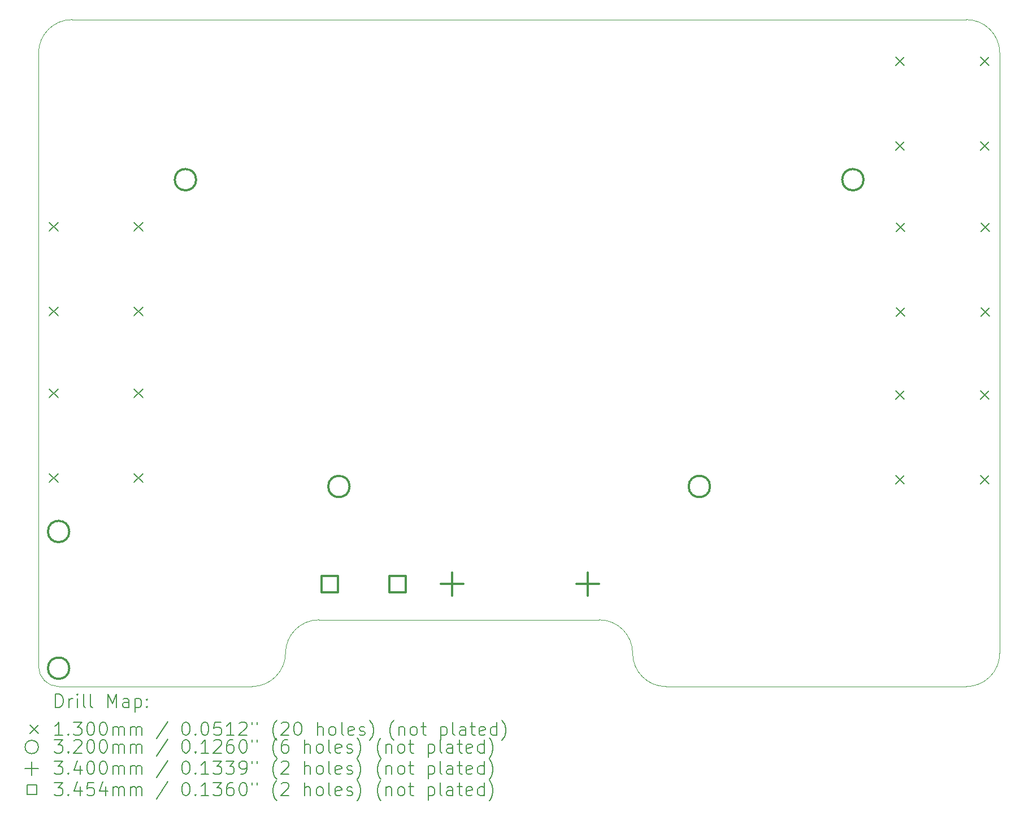
<source format=gbr>
%TF.GenerationSoftware,KiCad,Pcbnew,(6.0.7)*%
%TF.CreationDate,2022-11-29T22:23:04-08:00*%
%TF.ProjectId,UrbanSteering,55726261-6e53-4746-9565-72696e672e6b,rev?*%
%TF.SameCoordinates,Original*%
%TF.FileFunction,Drillmap*%
%TF.FilePolarity,Positive*%
%FSLAX45Y45*%
G04 Gerber Fmt 4.5, Leading zero omitted, Abs format (unit mm)*
G04 Created by KiCad (PCBNEW (6.0.7)) date 2022-11-29 22:23:04*
%MOMM*%
%LPD*%
G01*
G04 APERTURE LIST*
%ADD10C,0.001500*%
%ADD11C,0.050000*%
%ADD12C,0.200000*%
%ADD13C,0.130000*%
%ADD14C,0.320000*%
%ADD15C,0.340000*%
%ADD16C,0.345440*%
G04 APERTURE END LIST*
D10*
X13200000Y-15000000D02*
X10300000Y-15000000D01*
D11*
X13200000Y-15000000D02*
G75*
G03*
X13700000Y-14500000I-5740J505740D01*
G01*
X10500000Y-5000000D02*
G75*
G03*
X10000000Y-5500000I0J-500000D01*
G01*
X10000000Y-14700000D02*
G75*
G03*
X10300000Y-15000000I300000J0D01*
G01*
D10*
X23900000Y-15000000D02*
X19400000Y-15000000D01*
D11*
X14200000Y-14000000D02*
X18400000Y-14000000D01*
X14200000Y-14000000D02*
G75*
G03*
X13700000Y-14500000I0J-500000D01*
G01*
D10*
X10000000Y-14700000D02*
X10000000Y-5500000D01*
X24400000Y-14500000D02*
X24400000Y-5500000D01*
D11*
X24400000Y-5500000D02*
G75*
G03*
X23900000Y-5000000I-500000J0D01*
G01*
X13700000Y-14500000D02*
X13700000Y-14500000D01*
X18900000Y-14500000D02*
G75*
G03*
X18400000Y-14000000I-500000J0D01*
G01*
X23900000Y-15000000D02*
G75*
G03*
X24400000Y-14500000I0J500000D01*
G01*
X18900000Y-14500000D02*
G75*
G03*
X19400000Y-15000000I500000J0D01*
G01*
D10*
X10500000Y-5000000D02*
X23900000Y-5000000D01*
D12*
D13*
X10162000Y-8038000D02*
X10292000Y-8168000D01*
X10292000Y-8038000D02*
X10162000Y-8168000D01*
X10162000Y-9308000D02*
X10292000Y-9438000D01*
X10292000Y-9308000D02*
X10162000Y-9438000D01*
X10162000Y-10538000D02*
X10292000Y-10668000D01*
X10292000Y-10538000D02*
X10162000Y-10668000D01*
X10162000Y-11808000D02*
X10292000Y-11938000D01*
X10292000Y-11808000D02*
X10162000Y-11938000D01*
X11432000Y-8038000D02*
X11562000Y-8168000D01*
X11562000Y-8038000D02*
X11432000Y-8168000D01*
X11432000Y-9308000D02*
X11562000Y-9438000D01*
X11562000Y-9308000D02*
X11432000Y-9438000D01*
X11432000Y-10538000D02*
X11562000Y-10668000D01*
X11562000Y-10538000D02*
X11432000Y-10668000D01*
X11432000Y-11808000D02*
X11562000Y-11938000D01*
X11562000Y-11808000D02*
X11432000Y-11938000D01*
X22838000Y-5562000D02*
X22968000Y-5692000D01*
X22968000Y-5562000D02*
X22838000Y-5692000D01*
X22838000Y-6832000D02*
X22968000Y-6962000D01*
X22968000Y-6832000D02*
X22838000Y-6962000D01*
X22838000Y-10562000D02*
X22968000Y-10692000D01*
X22968000Y-10562000D02*
X22838000Y-10692000D01*
X22838000Y-11832000D02*
X22968000Y-11962000D01*
X22968000Y-11832000D02*
X22838000Y-11962000D01*
X22850000Y-8050000D02*
X22980000Y-8180000D01*
X22980000Y-8050000D02*
X22850000Y-8180000D01*
X22850000Y-9320000D02*
X22980000Y-9450000D01*
X22980000Y-9320000D02*
X22850000Y-9450000D01*
X24108000Y-5562000D02*
X24238000Y-5692000D01*
X24238000Y-5562000D02*
X24108000Y-5692000D01*
X24108000Y-6832000D02*
X24238000Y-6962000D01*
X24238000Y-6832000D02*
X24108000Y-6962000D01*
X24108000Y-10562000D02*
X24238000Y-10692000D01*
X24238000Y-10562000D02*
X24108000Y-10692000D01*
X24108000Y-11832000D02*
X24238000Y-11962000D01*
X24238000Y-11832000D02*
X24108000Y-11962000D01*
X24120000Y-8050000D02*
X24250000Y-8180000D01*
X24250000Y-8050000D02*
X24120000Y-8180000D01*
X24120000Y-9320000D02*
X24250000Y-9450000D01*
X24250000Y-9320000D02*
X24120000Y-9450000D01*
D14*
X10460000Y-12675000D02*
G75*
G03*
X10460000Y-12675000I-160000J0D01*
G01*
X10460000Y-14725000D02*
G75*
G03*
X10460000Y-14725000I-160000J0D01*
G01*
X12360000Y-7400000D02*
G75*
G03*
X12360000Y-7400000I-160000J0D01*
G01*
X14660000Y-12000000D02*
G75*
G03*
X14660000Y-12000000I-160000J0D01*
G01*
X20060000Y-12000000D02*
G75*
G03*
X20060000Y-12000000I-160000J0D01*
G01*
X22360000Y-7400000D02*
G75*
G03*
X22360000Y-7400000I-160000J0D01*
G01*
D15*
X16195000Y-13294000D02*
X16195000Y-13634000D01*
X16025000Y-13464000D02*
X16365000Y-13464000D01*
X18227000Y-13294000D02*
X18227000Y-13634000D01*
X18057000Y-13464000D02*
X18397000Y-13464000D01*
D16*
X14483133Y-13586133D02*
X14483133Y-13341867D01*
X14238867Y-13341867D01*
X14238867Y-13586133D01*
X14483133Y-13586133D01*
X15499133Y-13586133D02*
X15499133Y-13341867D01*
X15254867Y-13341867D01*
X15254867Y-13586133D01*
X15499133Y-13586133D01*
D12*
X10255119Y-15312976D02*
X10255119Y-15112976D01*
X10302738Y-15112976D01*
X10331310Y-15122500D01*
X10350357Y-15141548D01*
X10359881Y-15160595D01*
X10369405Y-15198690D01*
X10369405Y-15227262D01*
X10359881Y-15265357D01*
X10350357Y-15284405D01*
X10331310Y-15303452D01*
X10302738Y-15312976D01*
X10255119Y-15312976D01*
X10455119Y-15312976D02*
X10455119Y-15179643D01*
X10455119Y-15217738D02*
X10464643Y-15198690D01*
X10474167Y-15189167D01*
X10493214Y-15179643D01*
X10512262Y-15179643D01*
X10578929Y-15312976D02*
X10578929Y-15179643D01*
X10578929Y-15112976D02*
X10569405Y-15122500D01*
X10578929Y-15132024D01*
X10588452Y-15122500D01*
X10578929Y-15112976D01*
X10578929Y-15132024D01*
X10702738Y-15312976D02*
X10683690Y-15303452D01*
X10674167Y-15284405D01*
X10674167Y-15112976D01*
X10807500Y-15312976D02*
X10788452Y-15303452D01*
X10778929Y-15284405D01*
X10778929Y-15112976D01*
X11036071Y-15312976D02*
X11036071Y-15112976D01*
X11102738Y-15255833D01*
X11169405Y-15112976D01*
X11169405Y-15312976D01*
X11350357Y-15312976D02*
X11350357Y-15208214D01*
X11340833Y-15189167D01*
X11321786Y-15179643D01*
X11283690Y-15179643D01*
X11264643Y-15189167D01*
X11350357Y-15303452D02*
X11331309Y-15312976D01*
X11283690Y-15312976D01*
X11264643Y-15303452D01*
X11255119Y-15284405D01*
X11255119Y-15265357D01*
X11264643Y-15246309D01*
X11283690Y-15236786D01*
X11331309Y-15236786D01*
X11350357Y-15227262D01*
X11445595Y-15179643D02*
X11445595Y-15379643D01*
X11445595Y-15189167D02*
X11464643Y-15179643D01*
X11502738Y-15179643D01*
X11521786Y-15189167D01*
X11531309Y-15198690D01*
X11540833Y-15217738D01*
X11540833Y-15274881D01*
X11531309Y-15293928D01*
X11521786Y-15303452D01*
X11502738Y-15312976D01*
X11464643Y-15312976D01*
X11445595Y-15303452D01*
X11626548Y-15293928D02*
X11636071Y-15303452D01*
X11626548Y-15312976D01*
X11617024Y-15303452D01*
X11626548Y-15293928D01*
X11626548Y-15312976D01*
X11626548Y-15189167D02*
X11636071Y-15198690D01*
X11626548Y-15208214D01*
X11617024Y-15198690D01*
X11626548Y-15189167D01*
X11626548Y-15208214D01*
D13*
X9867500Y-15577500D02*
X9997500Y-15707500D01*
X9997500Y-15577500D02*
X9867500Y-15707500D01*
D12*
X10359881Y-15732976D02*
X10245595Y-15732976D01*
X10302738Y-15732976D02*
X10302738Y-15532976D01*
X10283690Y-15561548D01*
X10264643Y-15580595D01*
X10245595Y-15590119D01*
X10445595Y-15713928D02*
X10455119Y-15723452D01*
X10445595Y-15732976D01*
X10436071Y-15723452D01*
X10445595Y-15713928D01*
X10445595Y-15732976D01*
X10521786Y-15532976D02*
X10645595Y-15532976D01*
X10578929Y-15609167D01*
X10607500Y-15609167D01*
X10626548Y-15618690D01*
X10636071Y-15628214D01*
X10645595Y-15647262D01*
X10645595Y-15694881D01*
X10636071Y-15713928D01*
X10626548Y-15723452D01*
X10607500Y-15732976D01*
X10550357Y-15732976D01*
X10531310Y-15723452D01*
X10521786Y-15713928D01*
X10769405Y-15532976D02*
X10788452Y-15532976D01*
X10807500Y-15542500D01*
X10817024Y-15552024D01*
X10826548Y-15571071D01*
X10836071Y-15609167D01*
X10836071Y-15656786D01*
X10826548Y-15694881D01*
X10817024Y-15713928D01*
X10807500Y-15723452D01*
X10788452Y-15732976D01*
X10769405Y-15732976D01*
X10750357Y-15723452D01*
X10740833Y-15713928D01*
X10731310Y-15694881D01*
X10721786Y-15656786D01*
X10721786Y-15609167D01*
X10731310Y-15571071D01*
X10740833Y-15552024D01*
X10750357Y-15542500D01*
X10769405Y-15532976D01*
X10959881Y-15532976D02*
X10978929Y-15532976D01*
X10997976Y-15542500D01*
X11007500Y-15552024D01*
X11017024Y-15571071D01*
X11026548Y-15609167D01*
X11026548Y-15656786D01*
X11017024Y-15694881D01*
X11007500Y-15713928D01*
X10997976Y-15723452D01*
X10978929Y-15732976D01*
X10959881Y-15732976D01*
X10940833Y-15723452D01*
X10931310Y-15713928D01*
X10921786Y-15694881D01*
X10912262Y-15656786D01*
X10912262Y-15609167D01*
X10921786Y-15571071D01*
X10931310Y-15552024D01*
X10940833Y-15542500D01*
X10959881Y-15532976D01*
X11112262Y-15732976D02*
X11112262Y-15599643D01*
X11112262Y-15618690D02*
X11121786Y-15609167D01*
X11140833Y-15599643D01*
X11169405Y-15599643D01*
X11188452Y-15609167D01*
X11197976Y-15628214D01*
X11197976Y-15732976D01*
X11197976Y-15628214D02*
X11207500Y-15609167D01*
X11226548Y-15599643D01*
X11255119Y-15599643D01*
X11274167Y-15609167D01*
X11283690Y-15628214D01*
X11283690Y-15732976D01*
X11378928Y-15732976D02*
X11378928Y-15599643D01*
X11378928Y-15618690D02*
X11388452Y-15609167D01*
X11407500Y-15599643D01*
X11436071Y-15599643D01*
X11455119Y-15609167D01*
X11464643Y-15628214D01*
X11464643Y-15732976D01*
X11464643Y-15628214D02*
X11474167Y-15609167D01*
X11493214Y-15599643D01*
X11521786Y-15599643D01*
X11540833Y-15609167D01*
X11550357Y-15628214D01*
X11550357Y-15732976D01*
X11940833Y-15523452D02*
X11769405Y-15780595D01*
X12197976Y-15532976D02*
X12217024Y-15532976D01*
X12236071Y-15542500D01*
X12245595Y-15552024D01*
X12255119Y-15571071D01*
X12264643Y-15609167D01*
X12264643Y-15656786D01*
X12255119Y-15694881D01*
X12245595Y-15713928D01*
X12236071Y-15723452D01*
X12217024Y-15732976D01*
X12197976Y-15732976D01*
X12178928Y-15723452D01*
X12169405Y-15713928D01*
X12159881Y-15694881D01*
X12150357Y-15656786D01*
X12150357Y-15609167D01*
X12159881Y-15571071D01*
X12169405Y-15552024D01*
X12178928Y-15542500D01*
X12197976Y-15532976D01*
X12350357Y-15713928D02*
X12359881Y-15723452D01*
X12350357Y-15732976D01*
X12340833Y-15723452D01*
X12350357Y-15713928D01*
X12350357Y-15732976D01*
X12483690Y-15532976D02*
X12502738Y-15532976D01*
X12521786Y-15542500D01*
X12531309Y-15552024D01*
X12540833Y-15571071D01*
X12550357Y-15609167D01*
X12550357Y-15656786D01*
X12540833Y-15694881D01*
X12531309Y-15713928D01*
X12521786Y-15723452D01*
X12502738Y-15732976D01*
X12483690Y-15732976D01*
X12464643Y-15723452D01*
X12455119Y-15713928D01*
X12445595Y-15694881D01*
X12436071Y-15656786D01*
X12436071Y-15609167D01*
X12445595Y-15571071D01*
X12455119Y-15552024D01*
X12464643Y-15542500D01*
X12483690Y-15532976D01*
X12731309Y-15532976D02*
X12636071Y-15532976D01*
X12626548Y-15628214D01*
X12636071Y-15618690D01*
X12655119Y-15609167D01*
X12702738Y-15609167D01*
X12721786Y-15618690D01*
X12731309Y-15628214D01*
X12740833Y-15647262D01*
X12740833Y-15694881D01*
X12731309Y-15713928D01*
X12721786Y-15723452D01*
X12702738Y-15732976D01*
X12655119Y-15732976D01*
X12636071Y-15723452D01*
X12626548Y-15713928D01*
X12931309Y-15732976D02*
X12817024Y-15732976D01*
X12874167Y-15732976D02*
X12874167Y-15532976D01*
X12855119Y-15561548D01*
X12836071Y-15580595D01*
X12817024Y-15590119D01*
X13007500Y-15552024D02*
X13017024Y-15542500D01*
X13036071Y-15532976D01*
X13083690Y-15532976D01*
X13102738Y-15542500D01*
X13112262Y-15552024D01*
X13121786Y-15571071D01*
X13121786Y-15590119D01*
X13112262Y-15618690D01*
X12997976Y-15732976D01*
X13121786Y-15732976D01*
X13197976Y-15532976D02*
X13197976Y-15571071D01*
X13274167Y-15532976D02*
X13274167Y-15571071D01*
X13569405Y-15809167D02*
X13559881Y-15799643D01*
X13540833Y-15771071D01*
X13531309Y-15752024D01*
X13521786Y-15723452D01*
X13512262Y-15675833D01*
X13512262Y-15637738D01*
X13521786Y-15590119D01*
X13531309Y-15561548D01*
X13540833Y-15542500D01*
X13559881Y-15513928D01*
X13569405Y-15504405D01*
X13636071Y-15552024D02*
X13645595Y-15542500D01*
X13664643Y-15532976D01*
X13712262Y-15532976D01*
X13731309Y-15542500D01*
X13740833Y-15552024D01*
X13750357Y-15571071D01*
X13750357Y-15590119D01*
X13740833Y-15618690D01*
X13626548Y-15732976D01*
X13750357Y-15732976D01*
X13874167Y-15532976D02*
X13893214Y-15532976D01*
X13912262Y-15542500D01*
X13921786Y-15552024D01*
X13931309Y-15571071D01*
X13940833Y-15609167D01*
X13940833Y-15656786D01*
X13931309Y-15694881D01*
X13921786Y-15713928D01*
X13912262Y-15723452D01*
X13893214Y-15732976D01*
X13874167Y-15732976D01*
X13855119Y-15723452D01*
X13845595Y-15713928D01*
X13836071Y-15694881D01*
X13826548Y-15656786D01*
X13826548Y-15609167D01*
X13836071Y-15571071D01*
X13845595Y-15552024D01*
X13855119Y-15542500D01*
X13874167Y-15532976D01*
X14178928Y-15732976D02*
X14178928Y-15532976D01*
X14264643Y-15732976D02*
X14264643Y-15628214D01*
X14255119Y-15609167D01*
X14236071Y-15599643D01*
X14207500Y-15599643D01*
X14188452Y-15609167D01*
X14178928Y-15618690D01*
X14388452Y-15732976D02*
X14369405Y-15723452D01*
X14359881Y-15713928D01*
X14350357Y-15694881D01*
X14350357Y-15637738D01*
X14359881Y-15618690D01*
X14369405Y-15609167D01*
X14388452Y-15599643D01*
X14417024Y-15599643D01*
X14436071Y-15609167D01*
X14445595Y-15618690D01*
X14455119Y-15637738D01*
X14455119Y-15694881D01*
X14445595Y-15713928D01*
X14436071Y-15723452D01*
X14417024Y-15732976D01*
X14388452Y-15732976D01*
X14569405Y-15732976D02*
X14550357Y-15723452D01*
X14540833Y-15704405D01*
X14540833Y-15532976D01*
X14721786Y-15723452D02*
X14702738Y-15732976D01*
X14664643Y-15732976D01*
X14645595Y-15723452D01*
X14636071Y-15704405D01*
X14636071Y-15628214D01*
X14645595Y-15609167D01*
X14664643Y-15599643D01*
X14702738Y-15599643D01*
X14721786Y-15609167D01*
X14731309Y-15628214D01*
X14731309Y-15647262D01*
X14636071Y-15666309D01*
X14807500Y-15723452D02*
X14826548Y-15732976D01*
X14864643Y-15732976D01*
X14883690Y-15723452D01*
X14893214Y-15704405D01*
X14893214Y-15694881D01*
X14883690Y-15675833D01*
X14864643Y-15666309D01*
X14836071Y-15666309D01*
X14817024Y-15656786D01*
X14807500Y-15637738D01*
X14807500Y-15628214D01*
X14817024Y-15609167D01*
X14836071Y-15599643D01*
X14864643Y-15599643D01*
X14883690Y-15609167D01*
X14959881Y-15809167D02*
X14969405Y-15799643D01*
X14988452Y-15771071D01*
X14997976Y-15752024D01*
X15007500Y-15723452D01*
X15017024Y-15675833D01*
X15017024Y-15637738D01*
X15007500Y-15590119D01*
X14997976Y-15561548D01*
X14988452Y-15542500D01*
X14969405Y-15513928D01*
X14959881Y-15504405D01*
X15321786Y-15809167D02*
X15312262Y-15799643D01*
X15293214Y-15771071D01*
X15283690Y-15752024D01*
X15274167Y-15723452D01*
X15264643Y-15675833D01*
X15264643Y-15637738D01*
X15274167Y-15590119D01*
X15283690Y-15561548D01*
X15293214Y-15542500D01*
X15312262Y-15513928D01*
X15321786Y-15504405D01*
X15397976Y-15599643D02*
X15397976Y-15732976D01*
X15397976Y-15618690D02*
X15407500Y-15609167D01*
X15426548Y-15599643D01*
X15455119Y-15599643D01*
X15474167Y-15609167D01*
X15483690Y-15628214D01*
X15483690Y-15732976D01*
X15607500Y-15732976D02*
X15588452Y-15723452D01*
X15578928Y-15713928D01*
X15569405Y-15694881D01*
X15569405Y-15637738D01*
X15578928Y-15618690D01*
X15588452Y-15609167D01*
X15607500Y-15599643D01*
X15636071Y-15599643D01*
X15655119Y-15609167D01*
X15664643Y-15618690D01*
X15674167Y-15637738D01*
X15674167Y-15694881D01*
X15664643Y-15713928D01*
X15655119Y-15723452D01*
X15636071Y-15732976D01*
X15607500Y-15732976D01*
X15731309Y-15599643D02*
X15807500Y-15599643D01*
X15759881Y-15532976D02*
X15759881Y-15704405D01*
X15769405Y-15723452D01*
X15788452Y-15732976D01*
X15807500Y-15732976D01*
X16026548Y-15599643D02*
X16026548Y-15799643D01*
X16026548Y-15609167D02*
X16045595Y-15599643D01*
X16083690Y-15599643D01*
X16102738Y-15609167D01*
X16112262Y-15618690D01*
X16121786Y-15637738D01*
X16121786Y-15694881D01*
X16112262Y-15713928D01*
X16102738Y-15723452D01*
X16083690Y-15732976D01*
X16045595Y-15732976D01*
X16026548Y-15723452D01*
X16236071Y-15732976D02*
X16217024Y-15723452D01*
X16207500Y-15704405D01*
X16207500Y-15532976D01*
X16397976Y-15732976D02*
X16397976Y-15628214D01*
X16388452Y-15609167D01*
X16369405Y-15599643D01*
X16331309Y-15599643D01*
X16312262Y-15609167D01*
X16397976Y-15723452D02*
X16378928Y-15732976D01*
X16331309Y-15732976D01*
X16312262Y-15723452D01*
X16302738Y-15704405D01*
X16302738Y-15685357D01*
X16312262Y-15666309D01*
X16331309Y-15656786D01*
X16378928Y-15656786D01*
X16397976Y-15647262D01*
X16464643Y-15599643D02*
X16540833Y-15599643D01*
X16493214Y-15532976D02*
X16493214Y-15704405D01*
X16502738Y-15723452D01*
X16521786Y-15732976D01*
X16540833Y-15732976D01*
X16683690Y-15723452D02*
X16664643Y-15732976D01*
X16626548Y-15732976D01*
X16607500Y-15723452D01*
X16597976Y-15704405D01*
X16597976Y-15628214D01*
X16607500Y-15609167D01*
X16626548Y-15599643D01*
X16664643Y-15599643D01*
X16683690Y-15609167D01*
X16693214Y-15628214D01*
X16693214Y-15647262D01*
X16597976Y-15666309D01*
X16864643Y-15732976D02*
X16864643Y-15532976D01*
X16864643Y-15723452D02*
X16845595Y-15732976D01*
X16807500Y-15732976D01*
X16788452Y-15723452D01*
X16778929Y-15713928D01*
X16769405Y-15694881D01*
X16769405Y-15637738D01*
X16778929Y-15618690D01*
X16788452Y-15609167D01*
X16807500Y-15599643D01*
X16845595Y-15599643D01*
X16864643Y-15609167D01*
X16940833Y-15809167D02*
X16950357Y-15799643D01*
X16969405Y-15771071D01*
X16978929Y-15752024D01*
X16988452Y-15723452D01*
X16997976Y-15675833D01*
X16997976Y-15637738D01*
X16988452Y-15590119D01*
X16978929Y-15561548D01*
X16969405Y-15542500D01*
X16950357Y-15513928D01*
X16940833Y-15504405D01*
X9997500Y-15906500D02*
G75*
G03*
X9997500Y-15906500I-100000J0D01*
G01*
X10236071Y-15796976D02*
X10359881Y-15796976D01*
X10293214Y-15873167D01*
X10321786Y-15873167D01*
X10340833Y-15882690D01*
X10350357Y-15892214D01*
X10359881Y-15911262D01*
X10359881Y-15958881D01*
X10350357Y-15977928D01*
X10340833Y-15987452D01*
X10321786Y-15996976D01*
X10264643Y-15996976D01*
X10245595Y-15987452D01*
X10236071Y-15977928D01*
X10445595Y-15977928D02*
X10455119Y-15987452D01*
X10445595Y-15996976D01*
X10436071Y-15987452D01*
X10445595Y-15977928D01*
X10445595Y-15996976D01*
X10531310Y-15816024D02*
X10540833Y-15806500D01*
X10559881Y-15796976D01*
X10607500Y-15796976D01*
X10626548Y-15806500D01*
X10636071Y-15816024D01*
X10645595Y-15835071D01*
X10645595Y-15854119D01*
X10636071Y-15882690D01*
X10521786Y-15996976D01*
X10645595Y-15996976D01*
X10769405Y-15796976D02*
X10788452Y-15796976D01*
X10807500Y-15806500D01*
X10817024Y-15816024D01*
X10826548Y-15835071D01*
X10836071Y-15873167D01*
X10836071Y-15920786D01*
X10826548Y-15958881D01*
X10817024Y-15977928D01*
X10807500Y-15987452D01*
X10788452Y-15996976D01*
X10769405Y-15996976D01*
X10750357Y-15987452D01*
X10740833Y-15977928D01*
X10731310Y-15958881D01*
X10721786Y-15920786D01*
X10721786Y-15873167D01*
X10731310Y-15835071D01*
X10740833Y-15816024D01*
X10750357Y-15806500D01*
X10769405Y-15796976D01*
X10959881Y-15796976D02*
X10978929Y-15796976D01*
X10997976Y-15806500D01*
X11007500Y-15816024D01*
X11017024Y-15835071D01*
X11026548Y-15873167D01*
X11026548Y-15920786D01*
X11017024Y-15958881D01*
X11007500Y-15977928D01*
X10997976Y-15987452D01*
X10978929Y-15996976D01*
X10959881Y-15996976D01*
X10940833Y-15987452D01*
X10931310Y-15977928D01*
X10921786Y-15958881D01*
X10912262Y-15920786D01*
X10912262Y-15873167D01*
X10921786Y-15835071D01*
X10931310Y-15816024D01*
X10940833Y-15806500D01*
X10959881Y-15796976D01*
X11112262Y-15996976D02*
X11112262Y-15863643D01*
X11112262Y-15882690D02*
X11121786Y-15873167D01*
X11140833Y-15863643D01*
X11169405Y-15863643D01*
X11188452Y-15873167D01*
X11197976Y-15892214D01*
X11197976Y-15996976D01*
X11197976Y-15892214D02*
X11207500Y-15873167D01*
X11226548Y-15863643D01*
X11255119Y-15863643D01*
X11274167Y-15873167D01*
X11283690Y-15892214D01*
X11283690Y-15996976D01*
X11378928Y-15996976D02*
X11378928Y-15863643D01*
X11378928Y-15882690D02*
X11388452Y-15873167D01*
X11407500Y-15863643D01*
X11436071Y-15863643D01*
X11455119Y-15873167D01*
X11464643Y-15892214D01*
X11464643Y-15996976D01*
X11464643Y-15892214D02*
X11474167Y-15873167D01*
X11493214Y-15863643D01*
X11521786Y-15863643D01*
X11540833Y-15873167D01*
X11550357Y-15892214D01*
X11550357Y-15996976D01*
X11940833Y-15787452D02*
X11769405Y-16044595D01*
X12197976Y-15796976D02*
X12217024Y-15796976D01*
X12236071Y-15806500D01*
X12245595Y-15816024D01*
X12255119Y-15835071D01*
X12264643Y-15873167D01*
X12264643Y-15920786D01*
X12255119Y-15958881D01*
X12245595Y-15977928D01*
X12236071Y-15987452D01*
X12217024Y-15996976D01*
X12197976Y-15996976D01*
X12178928Y-15987452D01*
X12169405Y-15977928D01*
X12159881Y-15958881D01*
X12150357Y-15920786D01*
X12150357Y-15873167D01*
X12159881Y-15835071D01*
X12169405Y-15816024D01*
X12178928Y-15806500D01*
X12197976Y-15796976D01*
X12350357Y-15977928D02*
X12359881Y-15987452D01*
X12350357Y-15996976D01*
X12340833Y-15987452D01*
X12350357Y-15977928D01*
X12350357Y-15996976D01*
X12550357Y-15996976D02*
X12436071Y-15996976D01*
X12493214Y-15996976D02*
X12493214Y-15796976D01*
X12474167Y-15825548D01*
X12455119Y-15844595D01*
X12436071Y-15854119D01*
X12626548Y-15816024D02*
X12636071Y-15806500D01*
X12655119Y-15796976D01*
X12702738Y-15796976D01*
X12721786Y-15806500D01*
X12731309Y-15816024D01*
X12740833Y-15835071D01*
X12740833Y-15854119D01*
X12731309Y-15882690D01*
X12617024Y-15996976D01*
X12740833Y-15996976D01*
X12912262Y-15796976D02*
X12874167Y-15796976D01*
X12855119Y-15806500D01*
X12845595Y-15816024D01*
X12826548Y-15844595D01*
X12817024Y-15882690D01*
X12817024Y-15958881D01*
X12826548Y-15977928D01*
X12836071Y-15987452D01*
X12855119Y-15996976D01*
X12893214Y-15996976D01*
X12912262Y-15987452D01*
X12921786Y-15977928D01*
X12931309Y-15958881D01*
X12931309Y-15911262D01*
X12921786Y-15892214D01*
X12912262Y-15882690D01*
X12893214Y-15873167D01*
X12855119Y-15873167D01*
X12836071Y-15882690D01*
X12826548Y-15892214D01*
X12817024Y-15911262D01*
X13055119Y-15796976D02*
X13074167Y-15796976D01*
X13093214Y-15806500D01*
X13102738Y-15816024D01*
X13112262Y-15835071D01*
X13121786Y-15873167D01*
X13121786Y-15920786D01*
X13112262Y-15958881D01*
X13102738Y-15977928D01*
X13093214Y-15987452D01*
X13074167Y-15996976D01*
X13055119Y-15996976D01*
X13036071Y-15987452D01*
X13026548Y-15977928D01*
X13017024Y-15958881D01*
X13007500Y-15920786D01*
X13007500Y-15873167D01*
X13017024Y-15835071D01*
X13026548Y-15816024D01*
X13036071Y-15806500D01*
X13055119Y-15796976D01*
X13197976Y-15796976D02*
X13197976Y-15835071D01*
X13274167Y-15796976D02*
X13274167Y-15835071D01*
X13569405Y-16073167D02*
X13559881Y-16063643D01*
X13540833Y-16035071D01*
X13531309Y-16016024D01*
X13521786Y-15987452D01*
X13512262Y-15939833D01*
X13512262Y-15901738D01*
X13521786Y-15854119D01*
X13531309Y-15825548D01*
X13540833Y-15806500D01*
X13559881Y-15777928D01*
X13569405Y-15768405D01*
X13731309Y-15796976D02*
X13693214Y-15796976D01*
X13674167Y-15806500D01*
X13664643Y-15816024D01*
X13645595Y-15844595D01*
X13636071Y-15882690D01*
X13636071Y-15958881D01*
X13645595Y-15977928D01*
X13655119Y-15987452D01*
X13674167Y-15996976D01*
X13712262Y-15996976D01*
X13731309Y-15987452D01*
X13740833Y-15977928D01*
X13750357Y-15958881D01*
X13750357Y-15911262D01*
X13740833Y-15892214D01*
X13731309Y-15882690D01*
X13712262Y-15873167D01*
X13674167Y-15873167D01*
X13655119Y-15882690D01*
X13645595Y-15892214D01*
X13636071Y-15911262D01*
X13988452Y-15996976D02*
X13988452Y-15796976D01*
X14074167Y-15996976D02*
X14074167Y-15892214D01*
X14064643Y-15873167D01*
X14045595Y-15863643D01*
X14017024Y-15863643D01*
X13997976Y-15873167D01*
X13988452Y-15882690D01*
X14197976Y-15996976D02*
X14178928Y-15987452D01*
X14169405Y-15977928D01*
X14159881Y-15958881D01*
X14159881Y-15901738D01*
X14169405Y-15882690D01*
X14178928Y-15873167D01*
X14197976Y-15863643D01*
X14226548Y-15863643D01*
X14245595Y-15873167D01*
X14255119Y-15882690D01*
X14264643Y-15901738D01*
X14264643Y-15958881D01*
X14255119Y-15977928D01*
X14245595Y-15987452D01*
X14226548Y-15996976D01*
X14197976Y-15996976D01*
X14378928Y-15996976D02*
X14359881Y-15987452D01*
X14350357Y-15968405D01*
X14350357Y-15796976D01*
X14531309Y-15987452D02*
X14512262Y-15996976D01*
X14474167Y-15996976D01*
X14455119Y-15987452D01*
X14445595Y-15968405D01*
X14445595Y-15892214D01*
X14455119Y-15873167D01*
X14474167Y-15863643D01*
X14512262Y-15863643D01*
X14531309Y-15873167D01*
X14540833Y-15892214D01*
X14540833Y-15911262D01*
X14445595Y-15930309D01*
X14617024Y-15987452D02*
X14636071Y-15996976D01*
X14674167Y-15996976D01*
X14693214Y-15987452D01*
X14702738Y-15968405D01*
X14702738Y-15958881D01*
X14693214Y-15939833D01*
X14674167Y-15930309D01*
X14645595Y-15930309D01*
X14626548Y-15920786D01*
X14617024Y-15901738D01*
X14617024Y-15892214D01*
X14626548Y-15873167D01*
X14645595Y-15863643D01*
X14674167Y-15863643D01*
X14693214Y-15873167D01*
X14769405Y-16073167D02*
X14778928Y-16063643D01*
X14797976Y-16035071D01*
X14807500Y-16016024D01*
X14817024Y-15987452D01*
X14826548Y-15939833D01*
X14826548Y-15901738D01*
X14817024Y-15854119D01*
X14807500Y-15825548D01*
X14797976Y-15806500D01*
X14778928Y-15777928D01*
X14769405Y-15768405D01*
X15131309Y-16073167D02*
X15121786Y-16063643D01*
X15102738Y-16035071D01*
X15093214Y-16016024D01*
X15083690Y-15987452D01*
X15074167Y-15939833D01*
X15074167Y-15901738D01*
X15083690Y-15854119D01*
X15093214Y-15825548D01*
X15102738Y-15806500D01*
X15121786Y-15777928D01*
X15131309Y-15768405D01*
X15207500Y-15863643D02*
X15207500Y-15996976D01*
X15207500Y-15882690D02*
X15217024Y-15873167D01*
X15236071Y-15863643D01*
X15264643Y-15863643D01*
X15283690Y-15873167D01*
X15293214Y-15892214D01*
X15293214Y-15996976D01*
X15417024Y-15996976D02*
X15397976Y-15987452D01*
X15388452Y-15977928D01*
X15378928Y-15958881D01*
X15378928Y-15901738D01*
X15388452Y-15882690D01*
X15397976Y-15873167D01*
X15417024Y-15863643D01*
X15445595Y-15863643D01*
X15464643Y-15873167D01*
X15474167Y-15882690D01*
X15483690Y-15901738D01*
X15483690Y-15958881D01*
X15474167Y-15977928D01*
X15464643Y-15987452D01*
X15445595Y-15996976D01*
X15417024Y-15996976D01*
X15540833Y-15863643D02*
X15617024Y-15863643D01*
X15569405Y-15796976D02*
X15569405Y-15968405D01*
X15578928Y-15987452D01*
X15597976Y-15996976D01*
X15617024Y-15996976D01*
X15836071Y-15863643D02*
X15836071Y-16063643D01*
X15836071Y-15873167D02*
X15855119Y-15863643D01*
X15893214Y-15863643D01*
X15912262Y-15873167D01*
X15921786Y-15882690D01*
X15931309Y-15901738D01*
X15931309Y-15958881D01*
X15921786Y-15977928D01*
X15912262Y-15987452D01*
X15893214Y-15996976D01*
X15855119Y-15996976D01*
X15836071Y-15987452D01*
X16045595Y-15996976D02*
X16026548Y-15987452D01*
X16017024Y-15968405D01*
X16017024Y-15796976D01*
X16207500Y-15996976D02*
X16207500Y-15892214D01*
X16197976Y-15873167D01*
X16178928Y-15863643D01*
X16140833Y-15863643D01*
X16121786Y-15873167D01*
X16207500Y-15987452D02*
X16188452Y-15996976D01*
X16140833Y-15996976D01*
X16121786Y-15987452D01*
X16112262Y-15968405D01*
X16112262Y-15949357D01*
X16121786Y-15930309D01*
X16140833Y-15920786D01*
X16188452Y-15920786D01*
X16207500Y-15911262D01*
X16274167Y-15863643D02*
X16350357Y-15863643D01*
X16302738Y-15796976D02*
X16302738Y-15968405D01*
X16312262Y-15987452D01*
X16331309Y-15996976D01*
X16350357Y-15996976D01*
X16493214Y-15987452D02*
X16474167Y-15996976D01*
X16436071Y-15996976D01*
X16417024Y-15987452D01*
X16407500Y-15968405D01*
X16407500Y-15892214D01*
X16417024Y-15873167D01*
X16436071Y-15863643D01*
X16474167Y-15863643D01*
X16493214Y-15873167D01*
X16502738Y-15892214D01*
X16502738Y-15911262D01*
X16407500Y-15930309D01*
X16674167Y-15996976D02*
X16674167Y-15796976D01*
X16674167Y-15987452D02*
X16655119Y-15996976D01*
X16617024Y-15996976D01*
X16597976Y-15987452D01*
X16588452Y-15977928D01*
X16578928Y-15958881D01*
X16578928Y-15901738D01*
X16588452Y-15882690D01*
X16597976Y-15873167D01*
X16617024Y-15863643D01*
X16655119Y-15863643D01*
X16674167Y-15873167D01*
X16750357Y-16073167D02*
X16759881Y-16063643D01*
X16778929Y-16035071D01*
X16788452Y-16016024D01*
X16797976Y-15987452D01*
X16807500Y-15939833D01*
X16807500Y-15901738D01*
X16797976Y-15854119D01*
X16788452Y-15825548D01*
X16778929Y-15806500D01*
X16759881Y-15777928D01*
X16750357Y-15768405D01*
X9897500Y-16126500D02*
X9897500Y-16326500D01*
X9797500Y-16226500D02*
X9997500Y-16226500D01*
X10236071Y-16116976D02*
X10359881Y-16116976D01*
X10293214Y-16193167D01*
X10321786Y-16193167D01*
X10340833Y-16202690D01*
X10350357Y-16212214D01*
X10359881Y-16231262D01*
X10359881Y-16278881D01*
X10350357Y-16297928D01*
X10340833Y-16307452D01*
X10321786Y-16316976D01*
X10264643Y-16316976D01*
X10245595Y-16307452D01*
X10236071Y-16297928D01*
X10445595Y-16297928D02*
X10455119Y-16307452D01*
X10445595Y-16316976D01*
X10436071Y-16307452D01*
X10445595Y-16297928D01*
X10445595Y-16316976D01*
X10626548Y-16183643D02*
X10626548Y-16316976D01*
X10578929Y-16107452D02*
X10531310Y-16250309D01*
X10655119Y-16250309D01*
X10769405Y-16116976D02*
X10788452Y-16116976D01*
X10807500Y-16126500D01*
X10817024Y-16136024D01*
X10826548Y-16155071D01*
X10836071Y-16193167D01*
X10836071Y-16240786D01*
X10826548Y-16278881D01*
X10817024Y-16297928D01*
X10807500Y-16307452D01*
X10788452Y-16316976D01*
X10769405Y-16316976D01*
X10750357Y-16307452D01*
X10740833Y-16297928D01*
X10731310Y-16278881D01*
X10721786Y-16240786D01*
X10721786Y-16193167D01*
X10731310Y-16155071D01*
X10740833Y-16136024D01*
X10750357Y-16126500D01*
X10769405Y-16116976D01*
X10959881Y-16116976D02*
X10978929Y-16116976D01*
X10997976Y-16126500D01*
X11007500Y-16136024D01*
X11017024Y-16155071D01*
X11026548Y-16193167D01*
X11026548Y-16240786D01*
X11017024Y-16278881D01*
X11007500Y-16297928D01*
X10997976Y-16307452D01*
X10978929Y-16316976D01*
X10959881Y-16316976D01*
X10940833Y-16307452D01*
X10931310Y-16297928D01*
X10921786Y-16278881D01*
X10912262Y-16240786D01*
X10912262Y-16193167D01*
X10921786Y-16155071D01*
X10931310Y-16136024D01*
X10940833Y-16126500D01*
X10959881Y-16116976D01*
X11112262Y-16316976D02*
X11112262Y-16183643D01*
X11112262Y-16202690D02*
X11121786Y-16193167D01*
X11140833Y-16183643D01*
X11169405Y-16183643D01*
X11188452Y-16193167D01*
X11197976Y-16212214D01*
X11197976Y-16316976D01*
X11197976Y-16212214D02*
X11207500Y-16193167D01*
X11226548Y-16183643D01*
X11255119Y-16183643D01*
X11274167Y-16193167D01*
X11283690Y-16212214D01*
X11283690Y-16316976D01*
X11378928Y-16316976D02*
X11378928Y-16183643D01*
X11378928Y-16202690D02*
X11388452Y-16193167D01*
X11407500Y-16183643D01*
X11436071Y-16183643D01*
X11455119Y-16193167D01*
X11464643Y-16212214D01*
X11464643Y-16316976D01*
X11464643Y-16212214D02*
X11474167Y-16193167D01*
X11493214Y-16183643D01*
X11521786Y-16183643D01*
X11540833Y-16193167D01*
X11550357Y-16212214D01*
X11550357Y-16316976D01*
X11940833Y-16107452D02*
X11769405Y-16364595D01*
X12197976Y-16116976D02*
X12217024Y-16116976D01*
X12236071Y-16126500D01*
X12245595Y-16136024D01*
X12255119Y-16155071D01*
X12264643Y-16193167D01*
X12264643Y-16240786D01*
X12255119Y-16278881D01*
X12245595Y-16297928D01*
X12236071Y-16307452D01*
X12217024Y-16316976D01*
X12197976Y-16316976D01*
X12178928Y-16307452D01*
X12169405Y-16297928D01*
X12159881Y-16278881D01*
X12150357Y-16240786D01*
X12150357Y-16193167D01*
X12159881Y-16155071D01*
X12169405Y-16136024D01*
X12178928Y-16126500D01*
X12197976Y-16116976D01*
X12350357Y-16297928D02*
X12359881Y-16307452D01*
X12350357Y-16316976D01*
X12340833Y-16307452D01*
X12350357Y-16297928D01*
X12350357Y-16316976D01*
X12550357Y-16316976D02*
X12436071Y-16316976D01*
X12493214Y-16316976D02*
X12493214Y-16116976D01*
X12474167Y-16145548D01*
X12455119Y-16164595D01*
X12436071Y-16174119D01*
X12617024Y-16116976D02*
X12740833Y-16116976D01*
X12674167Y-16193167D01*
X12702738Y-16193167D01*
X12721786Y-16202690D01*
X12731309Y-16212214D01*
X12740833Y-16231262D01*
X12740833Y-16278881D01*
X12731309Y-16297928D01*
X12721786Y-16307452D01*
X12702738Y-16316976D01*
X12645595Y-16316976D01*
X12626548Y-16307452D01*
X12617024Y-16297928D01*
X12807500Y-16116976D02*
X12931309Y-16116976D01*
X12864643Y-16193167D01*
X12893214Y-16193167D01*
X12912262Y-16202690D01*
X12921786Y-16212214D01*
X12931309Y-16231262D01*
X12931309Y-16278881D01*
X12921786Y-16297928D01*
X12912262Y-16307452D01*
X12893214Y-16316976D01*
X12836071Y-16316976D01*
X12817024Y-16307452D01*
X12807500Y-16297928D01*
X13026548Y-16316976D02*
X13064643Y-16316976D01*
X13083690Y-16307452D01*
X13093214Y-16297928D01*
X13112262Y-16269357D01*
X13121786Y-16231262D01*
X13121786Y-16155071D01*
X13112262Y-16136024D01*
X13102738Y-16126500D01*
X13083690Y-16116976D01*
X13045595Y-16116976D01*
X13026548Y-16126500D01*
X13017024Y-16136024D01*
X13007500Y-16155071D01*
X13007500Y-16202690D01*
X13017024Y-16221738D01*
X13026548Y-16231262D01*
X13045595Y-16240786D01*
X13083690Y-16240786D01*
X13102738Y-16231262D01*
X13112262Y-16221738D01*
X13121786Y-16202690D01*
X13197976Y-16116976D02*
X13197976Y-16155071D01*
X13274167Y-16116976D02*
X13274167Y-16155071D01*
X13569405Y-16393167D02*
X13559881Y-16383643D01*
X13540833Y-16355071D01*
X13531309Y-16336024D01*
X13521786Y-16307452D01*
X13512262Y-16259833D01*
X13512262Y-16221738D01*
X13521786Y-16174119D01*
X13531309Y-16145548D01*
X13540833Y-16126500D01*
X13559881Y-16097928D01*
X13569405Y-16088405D01*
X13636071Y-16136024D02*
X13645595Y-16126500D01*
X13664643Y-16116976D01*
X13712262Y-16116976D01*
X13731309Y-16126500D01*
X13740833Y-16136024D01*
X13750357Y-16155071D01*
X13750357Y-16174119D01*
X13740833Y-16202690D01*
X13626548Y-16316976D01*
X13750357Y-16316976D01*
X13988452Y-16316976D02*
X13988452Y-16116976D01*
X14074167Y-16316976D02*
X14074167Y-16212214D01*
X14064643Y-16193167D01*
X14045595Y-16183643D01*
X14017024Y-16183643D01*
X13997976Y-16193167D01*
X13988452Y-16202690D01*
X14197976Y-16316976D02*
X14178928Y-16307452D01*
X14169405Y-16297928D01*
X14159881Y-16278881D01*
X14159881Y-16221738D01*
X14169405Y-16202690D01*
X14178928Y-16193167D01*
X14197976Y-16183643D01*
X14226548Y-16183643D01*
X14245595Y-16193167D01*
X14255119Y-16202690D01*
X14264643Y-16221738D01*
X14264643Y-16278881D01*
X14255119Y-16297928D01*
X14245595Y-16307452D01*
X14226548Y-16316976D01*
X14197976Y-16316976D01*
X14378928Y-16316976D02*
X14359881Y-16307452D01*
X14350357Y-16288405D01*
X14350357Y-16116976D01*
X14531309Y-16307452D02*
X14512262Y-16316976D01*
X14474167Y-16316976D01*
X14455119Y-16307452D01*
X14445595Y-16288405D01*
X14445595Y-16212214D01*
X14455119Y-16193167D01*
X14474167Y-16183643D01*
X14512262Y-16183643D01*
X14531309Y-16193167D01*
X14540833Y-16212214D01*
X14540833Y-16231262D01*
X14445595Y-16250309D01*
X14617024Y-16307452D02*
X14636071Y-16316976D01*
X14674167Y-16316976D01*
X14693214Y-16307452D01*
X14702738Y-16288405D01*
X14702738Y-16278881D01*
X14693214Y-16259833D01*
X14674167Y-16250309D01*
X14645595Y-16250309D01*
X14626548Y-16240786D01*
X14617024Y-16221738D01*
X14617024Y-16212214D01*
X14626548Y-16193167D01*
X14645595Y-16183643D01*
X14674167Y-16183643D01*
X14693214Y-16193167D01*
X14769405Y-16393167D02*
X14778928Y-16383643D01*
X14797976Y-16355071D01*
X14807500Y-16336024D01*
X14817024Y-16307452D01*
X14826548Y-16259833D01*
X14826548Y-16221738D01*
X14817024Y-16174119D01*
X14807500Y-16145548D01*
X14797976Y-16126500D01*
X14778928Y-16097928D01*
X14769405Y-16088405D01*
X15131309Y-16393167D02*
X15121786Y-16383643D01*
X15102738Y-16355071D01*
X15093214Y-16336024D01*
X15083690Y-16307452D01*
X15074167Y-16259833D01*
X15074167Y-16221738D01*
X15083690Y-16174119D01*
X15093214Y-16145548D01*
X15102738Y-16126500D01*
X15121786Y-16097928D01*
X15131309Y-16088405D01*
X15207500Y-16183643D02*
X15207500Y-16316976D01*
X15207500Y-16202690D02*
X15217024Y-16193167D01*
X15236071Y-16183643D01*
X15264643Y-16183643D01*
X15283690Y-16193167D01*
X15293214Y-16212214D01*
X15293214Y-16316976D01*
X15417024Y-16316976D02*
X15397976Y-16307452D01*
X15388452Y-16297928D01*
X15378928Y-16278881D01*
X15378928Y-16221738D01*
X15388452Y-16202690D01*
X15397976Y-16193167D01*
X15417024Y-16183643D01*
X15445595Y-16183643D01*
X15464643Y-16193167D01*
X15474167Y-16202690D01*
X15483690Y-16221738D01*
X15483690Y-16278881D01*
X15474167Y-16297928D01*
X15464643Y-16307452D01*
X15445595Y-16316976D01*
X15417024Y-16316976D01*
X15540833Y-16183643D02*
X15617024Y-16183643D01*
X15569405Y-16116976D02*
X15569405Y-16288405D01*
X15578928Y-16307452D01*
X15597976Y-16316976D01*
X15617024Y-16316976D01*
X15836071Y-16183643D02*
X15836071Y-16383643D01*
X15836071Y-16193167D02*
X15855119Y-16183643D01*
X15893214Y-16183643D01*
X15912262Y-16193167D01*
X15921786Y-16202690D01*
X15931309Y-16221738D01*
X15931309Y-16278881D01*
X15921786Y-16297928D01*
X15912262Y-16307452D01*
X15893214Y-16316976D01*
X15855119Y-16316976D01*
X15836071Y-16307452D01*
X16045595Y-16316976D02*
X16026548Y-16307452D01*
X16017024Y-16288405D01*
X16017024Y-16116976D01*
X16207500Y-16316976D02*
X16207500Y-16212214D01*
X16197976Y-16193167D01*
X16178928Y-16183643D01*
X16140833Y-16183643D01*
X16121786Y-16193167D01*
X16207500Y-16307452D02*
X16188452Y-16316976D01*
X16140833Y-16316976D01*
X16121786Y-16307452D01*
X16112262Y-16288405D01*
X16112262Y-16269357D01*
X16121786Y-16250309D01*
X16140833Y-16240786D01*
X16188452Y-16240786D01*
X16207500Y-16231262D01*
X16274167Y-16183643D02*
X16350357Y-16183643D01*
X16302738Y-16116976D02*
X16302738Y-16288405D01*
X16312262Y-16307452D01*
X16331309Y-16316976D01*
X16350357Y-16316976D01*
X16493214Y-16307452D02*
X16474167Y-16316976D01*
X16436071Y-16316976D01*
X16417024Y-16307452D01*
X16407500Y-16288405D01*
X16407500Y-16212214D01*
X16417024Y-16193167D01*
X16436071Y-16183643D01*
X16474167Y-16183643D01*
X16493214Y-16193167D01*
X16502738Y-16212214D01*
X16502738Y-16231262D01*
X16407500Y-16250309D01*
X16674167Y-16316976D02*
X16674167Y-16116976D01*
X16674167Y-16307452D02*
X16655119Y-16316976D01*
X16617024Y-16316976D01*
X16597976Y-16307452D01*
X16588452Y-16297928D01*
X16578928Y-16278881D01*
X16578928Y-16221738D01*
X16588452Y-16202690D01*
X16597976Y-16193167D01*
X16617024Y-16183643D01*
X16655119Y-16183643D01*
X16674167Y-16193167D01*
X16750357Y-16393167D02*
X16759881Y-16383643D01*
X16778929Y-16355071D01*
X16788452Y-16336024D01*
X16797976Y-16307452D01*
X16807500Y-16259833D01*
X16807500Y-16221738D01*
X16797976Y-16174119D01*
X16788452Y-16145548D01*
X16778929Y-16126500D01*
X16759881Y-16097928D01*
X16750357Y-16088405D01*
X9968211Y-16617211D02*
X9968211Y-16475789D01*
X9826789Y-16475789D01*
X9826789Y-16617211D01*
X9968211Y-16617211D01*
X10236071Y-16436976D02*
X10359881Y-16436976D01*
X10293214Y-16513167D01*
X10321786Y-16513167D01*
X10340833Y-16522690D01*
X10350357Y-16532214D01*
X10359881Y-16551262D01*
X10359881Y-16598881D01*
X10350357Y-16617928D01*
X10340833Y-16627452D01*
X10321786Y-16636976D01*
X10264643Y-16636976D01*
X10245595Y-16627452D01*
X10236071Y-16617928D01*
X10445595Y-16617928D02*
X10455119Y-16627452D01*
X10445595Y-16636976D01*
X10436071Y-16627452D01*
X10445595Y-16617928D01*
X10445595Y-16636976D01*
X10626548Y-16503643D02*
X10626548Y-16636976D01*
X10578929Y-16427452D02*
X10531310Y-16570309D01*
X10655119Y-16570309D01*
X10826548Y-16436976D02*
X10731310Y-16436976D01*
X10721786Y-16532214D01*
X10731310Y-16522690D01*
X10750357Y-16513167D01*
X10797976Y-16513167D01*
X10817024Y-16522690D01*
X10826548Y-16532214D01*
X10836071Y-16551262D01*
X10836071Y-16598881D01*
X10826548Y-16617928D01*
X10817024Y-16627452D01*
X10797976Y-16636976D01*
X10750357Y-16636976D01*
X10731310Y-16627452D01*
X10721786Y-16617928D01*
X11007500Y-16503643D02*
X11007500Y-16636976D01*
X10959881Y-16427452D02*
X10912262Y-16570309D01*
X11036071Y-16570309D01*
X11112262Y-16636976D02*
X11112262Y-16503643D01*
X11112262Y-16522690D02*
X11121786Y-16513167D01*
X11140833Y-16503643D01*
X11169405Y-16503643D01*
X11188452Y-16513167D01*
X11197976Y-16532214D01*
X11197976Y-16636976D01*
X11197976Y-16532214D02*
X11207500Y-16513167D01*
X11226548Y-16503643D01*
X11255119Y-16503643D01*
X11274167Y-16513167D01*
X11283690Y-16532214D01*
X11283690Y-16636976D01*
X11378928Y-16636976D02*
X11378928Y-16503643D01*
X11378928Y-16522690D02*
X11388452Y-16513167D01*
X11407500Y-16503643D01*
X11436071Y-16503643D01*
X11455119Y-16513167D01*
X11464643Y-16532214D01*
X11464643Y-16636976D01*
X11464643Y-16532214D02*
X11474167Y-16513167D01*
X11493214Y-16503643D01*
X11521786Y-16503643D01*
X11540833Y-16513167D01*
X11550357Y-16532214D01*
X11550357Y-16636976D01*
X11940833Y-16427452D02*
X11769405Y-16684595D01*
X12197976Y-16436976D02*
X12217024Y-16436976D01*
X12236071Y-16446500D01*
X12245595Y-16456024D01*
X12255119Y-16475071D01*
X12264643Y-16513167D01*
X12264643Y-16560786D01*
X12255119Y-16598881D01*
X12245595Y-16617928D01*
X12236071Y-16627452D01*
X12217024Y-16636976D01*
X12197976Y-16636976D01*
X12178928Y-16627452D01*
X12169405Y-16617928D01*
X12159881Y-16598881D01*
X12150357Y-16560786D01*
X12150357Y-16513167D01*
X12159881Y-16475071D01*
X12169405Y-16456024D01*
X12178928Y-16446500D01*
X12197976Y-16436976D01*
X12350357Y-16617928D02*
X12359881Y-16627452D01*
X12350357Y-16636976D01*
X12340833Y-16627452D01*
X12350357Y-16617928D01*
X12350357Y-16636976D01*
X12550357Y-16636976D02*
X12436071Y-16636976D01*
X12493214Y-16636976D02*
X12493214Y-16436976D01*
X12474167Y-16465548D01*
X12455119Y-16484595D01*
X12436071Y-16494119D01*
X12617024Y-16436976D02*
X12740833Y-16436976D01*
X12674167Y-16513167D01*
X12702738Y-16513167D01*
X12721786Y-16522690D01*
X12731309Y-16532214D01*
X12740833Y-16551262D01*
X12740833Y-16598881D01*
X12731309Y-16617928D01*
X12721786Y-16627452D01*
X12702738Y-16636976D01*
X12645595Y-16636976D01*
X12626548Y-16627452D01*
X12617024Y-16617928D01*
X12912262Y-16436976D02*
X12874167Y-16436976D01*
X12855119Y-16446500D01*
X12845595Y-16456024D01*
X12826548Y-16484595D01*
X12817024Y-16522690D01*
X12817024Y-16598881D01*
X12826548Y-16617928D01*
X12836071Y-16627452D01*
X12855119Y-16636976D01*
X12893214Y-16636976D01*
X12912262Y-16627452D01*
X12921786Y-16617928D01*
X12931309Y-16598881D01*
X12931309Y-16551262D01*
X12921786Y-16532214D01*
X12912262Y-16522690D01*
X12893214Y-16513167D01*
X12855119Y-16513167D01*
X12836071Y-16522690D01*
X12826548Y-16532214D01*
X12817024Y-16551262D01*
X13055119Y-16436976D02*
X13074167Y-16436976D01*
X13093214Y-16446500D01*
X13102738Y-16456024D01*
X13112262Y-16475071D01*
X13121786Y-16513167D01*
X13121786Y-16560786D01*
X13112262Y-16598881D01*
X13102738Y-16617928D01*
X13093214Y-16627452D01*
X13074167Y-16636976D01*
X13055119Y-16636976D01*
X13036071Y-16627452D01*
X13026548Y-16617928D01*
X13017024Y-16598881D01*
X13007500Y-16560786D01*
X13007500Y-16513167D01*
X13017024Y-16475071D01*
X13026548Y-16456024D01*
X13036071Y-16446500D01*
X13055119Y-16436976D01*
X13197976Y-16436976D02*
X13197976Y-16475071D01*
X13274167Y-16436976D02*
X13274167Y-16475071D01*
X13569405Y-16713167D02*
X13559881Y-16703643D01*
X13540833Y-16675071D01*
X13531309Y-16656024D01*
X13521786Y-16627452D01*
X13512262Y-16579833D01*
X13512262Y-16541738D01*
X13521786Y-16494119D01*
X13531309Y-16465548D01*
X13540833Y-16446500D01*
X13559881Y-16417928D01*
X13569405Y-16408405D01*
X13636071Y-16456024D02*
X13645595Y-16446500D01*
X13664643Y-16436976D01*
X13712262Y-16436976D01*
X13731309Y-16446500D01*
X13740833Y-16456024D01*
X13750357Y-16475071D01*
X13750357Y-16494119D01*
X13740833Y-16522690D01*
X13626548Y-16636976D01*
X13750357Y-16636976D01*
X13988452Y-16636976D02*
X13988452Y-16436976D01*
X14074167Y-16636976D02*
X14074167Y-16532214D01*
X14064643Y-16513167D01*
X14045595Y-16503643D01*
X14017024Y-16503643D01*
X13997976Y-16513167D01*
X13988452Y-16522690D01*
X14197976Y-16636976D02*
X14178928Y-16627452D01*
X14169405Y-16617928D01*
X14159881Y-16598881D01*
X14159881Y-16541738D01*
X14169405Y-16522690D01*
X14178928Y-16513167D01*
X14197976Y-16503643D01*
X14226548Y-16503643D01*
X14245595Y-16513167D01*
X14255119Y-16522690D01*
X14264643Y-16541738D01*
X14264643Y-16598881D01*
X14255119Y-16617928D01*
X14245595Y-16627452D01*
X14226548Y-16636976D01*
X14197976Y-16636976D01*
X14378928Y-16636976D02*
X14359881Y-16627452D01*
X14350357Y-16608405D01*
X14350357Y-16436976D01*
X14531309Y-16627452D02*
X14512262Y-16636976D01*
X14474167Y-16636976D01*
X14455119Y-16627452D01*
X14445595Y-16608405D01*
X14445595Y-16532214D01*
X14455119Y-16513167D01*
X14474167Y-16503643D01*
X14512262Y-16503643D01*
X14531309Y-16513167D01*
X14540833Y-16532214D01*
X14540833Y-16551262D01*
X14445595Y-16570309D01*
X14617024Y-16627452D02*
X14636071Y-16636976D01*
X14674167Y-16636976D01*
X14693214Y-16627452D01*
X14702738Y-16608405D01*
X14702738Y-16598881D01*
X14693214Y-16579833D01*
X14674167Y-16570309D01*
X14645595Y-16570309D01*
X14626548Y-16560786D01*
X14617024Y-16541738D01*
X14617024Y-16532214D01*
X14626548Y-16513167D01*
X14645595Y-16503643D01*
X14674167Y-16503643D01*
X14693214Y-16513167D01*
X14769405Y-16713167D02*
X14778928Y-16703643D01*
X14797976Y-16675071D01*
X14807500Y-16656024D01*
X14817024Y-16627452D01*
X14826548Y-16579833D01*
X14826548Y-16541738D01*
X14817024Y-16494119D01*
X14807500Y-16465548D01*
X14797976Y-16446500D01*
X14778928Y-16417928D01*
X14769405Y-16408405D01*
X15131309Y-16713167D02*
X15121786Y-16703643D01*
X15102738Y-16675071D01*
X15093214Y-16656024D01*
X15083690Y-16627452D01*
X15074167Y-16579833D01*
X15074167Y-16541738D01*
X15083690Y-16494119D01*
X15093214Y-16465548D01*
X15102738Y-16446500D01*
X15121786Y-16417928D01*
X15131309Y-16408405D01*
X15207500Y-16503643D02*
X15207500Y-16636976D01*
X15207500Y-16522690D02*
X15217024Y-16513167D01*
X15236071Y-16503643D01*
X15264643Y-16503643D01*
X15283690Y-16513167D01*
X15293214Y-16532214D01*
X15293214Y-16636976D01*
X15417024Y-16636976D02*
X15397976Y-16627452D01*
X15388452Y-16617928D01*
X15378928Y-16598881D01*
X15378928Y-16541738D01*
X15388452Y-16522690D01*
X15397976Y-16513167D01*
X15417024Y-16503643D01*
X15445595Y-16503643D01*
X15464643Y-16513167D01*
X15474167Y-16522690D01*
X15483690Y-16541738D01*
X15483690Y-16598881D01*
X15474167Y-16617928D01*
X15464643Y-16627452D01*
X15445595Y-16636976D01*
X15417024Y-16636976D01*
X15540833Y-16503643D02*
X15617024Y-16503643D01*
X15569405Y-16436976D02*
X15569405Y-16608405D01*
X15578928Y-16627452D01*
X15597976Y-16636976D01*
X15617024Y-16636976D01*
X15836071Y-16503643D02*
X15836071Y-16703643D01*
X15836071Y-16513167D02*
X15855119Y-16503643D01*
X15893214Y-16503643D01*
X15912262Y-16513167D01*
X15921786Y-16522690D01*
X15931309Y-16541738D01*
X15931309Y-16598881D01*
X15921786Y-16617928D01*
X15912262Y-16627452D01*
X15893214Y-16636976D01*
X15855119Y-16636976D01*
X15836071Y-16627452D01*
X16045595Y-16636976D02*
X16026548Y-16627452D01*
X16017024Y-16608405D01*
X16017024Y-16436976D01*
X16207500Y-16636976D02*
X16207500Y-16532214D01*
X16197976Y-16513167D01*
X16178928Y-16503643D01*
X16140833Y-16503643D01*
X16121786Y-16513167D01*
X16207500Y-16627452D02*
X16188452Y-16636976D01*
X16140833Y-16636976D01*
X16121786Y-16627452D01*
X16112262Y-16608405D01*
X16112262Y-16589357D01*
X16121786Y-16570309D01*
X16140833Y-16560786D01*
X16188452Y-16560786D01*
X16207500Y-16551262D01*
X16274167Y-16503643D02*
X16350357Y-16503643D01*
X16302738Y-16436976D02*
X16302738Y-16608405D01*
X16312262Y-16627452D01*
X16331309Y-16636976D01*
X16350357Y-16636976D01*
X16493214Y-16627452D02*
X16474167Y-16636976D01*
X16436071Y-16636976D01*
X16417024Y-16627452D01*
X16407500Y-16608405D01*
X16407500Y-16532214D01*
X16417024Y-16513167D01*
X16436071Y-16503643D01*
X16474167Y-16503643D01*
X16493214Y-16513167D01*
X16502738Y-16532214D01*
X16502738Y-16551262D01*
X16407500Y-16570309D01*
X16674167Y-16636976D02*
X16674167Y-16436976D01*
X16674167Y-16627452D02*
X16655119Y-16636976D01*
X16617024Y-16636976D01*
X16597976Y-16627452D01*
X16588452Y-16617928D01*
X16578928Y-16598881D01*
X16578928Y-16541738D01*
X16588452Y-16522690D01*
X16597976Y-16513167D01*
X16617024Y-16503643D01*
X16655119Y-16503643D01*
X16674167Y-16513167D01*
X16750357Y-16713167D02*
X16759881Y-16703643D01*
X16778929Y-16675071D01*
X16788452Y-16656024D01*
X16797976Y-16627452D01*
X16807500Y-16579833D01*
X16807500Y-16541738D01*
X16797976Y-16494119D01*
X16788452Y-16465548D01*
X16778929Y-16446500D01*
X16759881Y-16417928D01*
X16750357Y-16408405D01*
M02*

</source>
